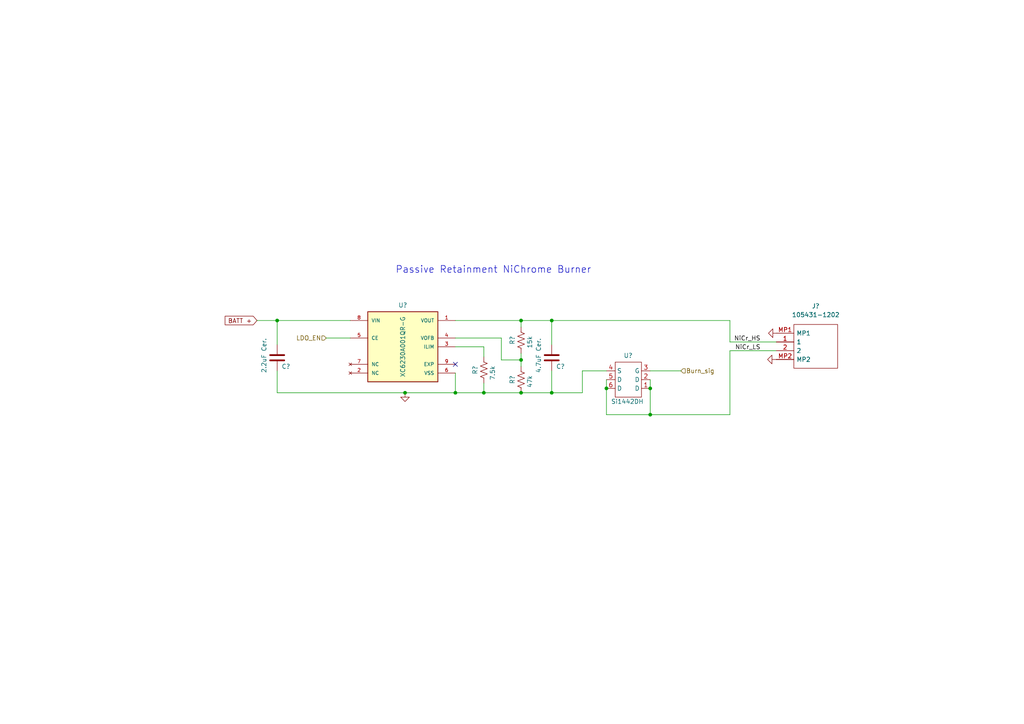
<source format=kicad_sch>
(kicad_sch (version 20211123) (generator eeschema)
  (paper "A4")
  (lib_symbols
    (symbol "0_custom:Si1442DH"
      (property "Reference" "U" (at 0 5.08 0))
      (property "Value" "Si1442DH" (at 0 -7.62 0))
      (property "MPN" "SI1442DH-T1-GE3" (at 0 0 0))
      (symbol "Si1442DH_0_1"
        (rectangle (start -3.81 3.81) (end 3.81 -6.35))
      )
      (symbol "Si1442DH_1_1"
        (pin input line (at -6.35 1.27 0) (length 2.54) (name "D") (number "1"))
        (pin input line (at -6.35 -1.27 0) (length 2.54) (name "D") (number "2"))
        (pin input line (at -6.35 -3.81 0) (length 2.54) (name "G") (number "3"))
        (pin input line (at 6.35 -3.81 180) (length 2.54) (name "S") (number "4"))
        (pin input line (at 6.35 -1.27 180) (length 2.54) (name "D") (number "5"))
        (pin input line (at 6.35 1.27 180) (length 2.54) (name "D") (number "6"))
      )
    )
    (symbol "Device:C" (pin_numbers hide) (pin_names (offset 0.254))
      (property "Reference" "C" (at 0.635 2.54 0))
      (property "Value" "C" (at 0.635 -2.54 0))
      (symbol "C_0_1"
        (polyline (pts (xy -2.032 -0.762) (xy 2.032 -0.762)) (stroke (width 0.508)))
        (polyline (pts (xy -2.032 0.762) (xy 2.032 0.762)) (stroke (width 0.508)))
      )
      (symbol "C_1_1"
        (pin passive line (at 0 3.81 270) (length 2.794) (name "~") (number "1"))
        (pin passive line (at 0 -3.81 90) (length 2.794) (name "~") (number "2"))
      )
    )
    (symbol "Device:R_US" (pin_numbers hide) (pin_names (offset 0))
      (property "Reference" "R" (at 2.54 0 90))
      (property "Value" "R_US" (at -2.54 0 90))
      (symbol "R_US_0_1"
        (polyline (pts (xy 0 -2.286) (xy 0 -2.54)))
        (polyline (pts (xy 0 2.286) (xy 0 2.54)))
        (polyline (pts (xy 0 -0.762) (xy 1.016 -1.143) (xy 0 -1.524) (xy -1.016 -1.905) (xy 0 -2.286)))
        (polyline (pts (xy 0 0.762) (xy 1.016 0.381) (xy 0 0) (xy -1.016 -0.381) (xy 0 -0.762)))
        (polyline (pts (xy 0 2.286) (xy 1.016 1.905) (xy 0 1.524) (xy -1.016 1.143) (xy 0 0.762)))
      )
      (symbol "R_US_1_1"
        (pin passive line (at 0 3.81 270) (length 1.27) (name "~") (number "1"))
        (pin passive line (at 0 -3.81 90) (length 1.27) (name "~") (number "2"))
      )
    )
    (symbol "XC6230A001QR-G:XC6230A001QR-G" (pin_names (offset 1.016))
      (property "Reference" "U" (at -10.16 10.668 0))
      (property "Value" "XC6230A001QR-G" (at -10.16 -12.7 0))
      (symbol "XC6230A001QR-G_0_0"
        (rectangle (start -10.16 -10.16) (end 10.16 10.16) (stroke (width 0.254)) (fill (type background)))
        (pin output line (at 15.24 7.62 180) (length 5.08) (name "VOUT") (number "1"))
        (pin no_connect line (at -15.24 -7.62 0) (length 5.08) (name "NC") (number "2"))
        (pin passive line (at 15.24 0 180) (length 5.08) (name "ILIM") (number "3"))
        (pin passive line (at 15.24 2.54 180) (length 5.08) (name "VOFB") (number "4"))
        (pin input line (at -15.24 2.54 0) (length 5.08) (name "CE") (number "5"))
        (pin power_in line (at 15.24 -7.62 180) (length 5.08) (name "VSS") (number "6"))
        (pin no_connect line (at -15.24 -5.08 0) (length 5.08) (name "NC") (number "7"))
        (pin input line (at -15.24 7.62 0) (length 5.08) (name "VIN") (number "8"))
        (pin power_in line (at 15.24 -5.08 180) (length 5.08) (name "EXP") (number "9"))
      )
    )
    (symbol "molex_105431-1202:105431-1202" (pin_names (offset 0.762))
      (property "Reference" "J" (at 19.05 7.62 0))
      (property "Value" "105431-1202" (at 19.05 5.08 0))
      (symbol "105431-1202_0_0"
        (pin passive line (at 0 -5.08 0) (length 5.08) (name "1") (number "1"))
        (pin passive line (at 0 -2.54 0) (length 5.08) (name "2") (number "2"))
        (pin passive line (at 0 -7.62 0) (length 5.08) (name "MP1") (number "MP1"))
        (pin passive line (at 0 0 0) (length 5.08) (name "MP2") (number "MP2"))
      )
      (symbol "105431-1202_0_1"
        (polyline (pts (xy 5.08 2.54) (xy 17.78 2.54) (xy 17.78 -10.16) (xy 5.08 -10.16) (xy 5.08 2.54)) (stroke (width 0.1524)))
      )
    )
    (symbol "power:GND" (power) (pin_names (offset 0))
      (property "Value" "GND" (at 0 -3.81 0))
      (symbol "GND_0_1"
        (polyline (pts (xy 0 0) (xy 0 -1.27) (xy 1.27 -1.27) (xy 0 -2.54) (xy -1.27 -1.27) (xy 0 -1.27)))
      )
      (symbol "GND_1_1"
        (pin power_in line (at 0 0 270) (length 0) hide (name "GND") (number "1"))
      )
    )
  )
  (junction (at 140.335 113.919))
  (junction (at 160.02 113.919))
  (junction (at 151.13 92.964))
  (junction (at 175.895 112.649))
  (junction (at 132.08 113.919))
  (junction (at 117.475 113.919))
  (junction (at 188.595 120.269))
  (junction (at 151.13 104.394))
  (junction (at 188.595 112.649))
  (junction (at 151.13 113.919))
  (junction (at 80.391 92.964))
  (junction (at 160.02 92.964))
  (no_connect (at 132.08 105.664))
  (wire (pts (xy 132.08 113.919) (xy 132.08 108.204)))
  (wire (pts (xy 80.391 113.919) (xy 117.475 113.919)))
  (wire (pts (xy 94.615 98.044) (xy 101.6 98.044)))
  (wire (pts (xy 168.91 107.569) (xy 175.895 107.569)))
  (wire (pts (xy 151.13 104.394) (xy 151.13 102.489)))
  (wire (pts (xy 160.02 113.919) (xy 168.91 113.919)))
  (wire (pts (xy 188.595 120.269) (xy 175.895 120.269)))
  (wire (pts (xy 211.709 92.964) (xy 211.709 99.187)))
  (wire (pts (xy 80.391 92.964) (xy 101.6 92.964)))
  (wire (pts (xy 140.335 100.584) (xy 132.08 100.584)))
  (wire (pts (xy 160.02 92.964) (xy 211.709 92.964)))
  (wire (pts (xy 175.895 120.269) (xy 175.895 112.649)))
  (wire (pts (xy 151.13 113.919) (xy 160.02 113.919)))
  (wire (pts (xy 175.895 112.649) (xy 175.895 110.109)))
  (wire (pts (xy 160.02 92.964) (xy 151.13 92.964)))
  (wire (pts (xy 225.425 96.647) (xy 225.171 96.647)))
  (wire (pts (xy 140.335 111.125) (xy 140.335 113.919)))
  (wire (pts (xy 145.415 98.044) (xy 132.08 98.044)))
  (wire (pts (xy 151.13 94.869) (xy 151.13 92.964)))
  (wire (pts (xy 160.02 99.949) (xy 160.02 92.964)))
  (wire (pts (xy 188.595 120.269) (xy 211.709 120.269)))
  (wire (pts (xy 80.391 113.919) (xy 80.391 107.569)))
  (wire (pts (xy 140.335 103.505) (xy 140.335 100.584)))
  (wire (pts (xy 140.335 113.919) (xy 151.13 113.919)))
  (wire (pts (xy 188.595 110.109) (xy 188.595 112.649)))
  (wire (pts (xy 211.709 99.187) (xy 225.171 99.187)))
  (wire (pts (xy 197.485 107.569) (xy 188.595 107.569)))
  (wire (pts (xy 132.08 92.964) (xy 151.13 92.964)))
  (wire (pts (xy 151.13 104.394) (xy 145.415 104.394)))
  (wire (pts (xy 145.415 104.394) (xy 145.415 98.044)))
  (wire (pts (xy 160.02 107.569) (xy 160.02 113.919)))
  (wire (pts (xy 80.391 99.949) (xy 80.391 92.964)))
  (wire (pts (xy 211.709 101.727) (xy 211.709 120.269)))
  (wire (pts (xy 211.709 101.727) (xy 225.171 101.727)))
  (wire (pts (xy 168.91 113.919) (xy 168.91 107.569)))
  (wire (pts (xy 117.475 113.919) (xy 132.08 113.919)))
  (wire (pts (xy 132.08 113.919) (xy 140.335 113.919)))
  (wire (pts (xy 80.391 92.964) (xy 74.549 92.964)))
  (wire (pts (xy 151.13 104.394) (xy 151.13 106.299)))
  (wire (pts (xy 188.595 112.649) (xy 188.595 120.269)))
  (text "Passive Retainment NiChrome Burner" (at 114.681 79.502 0) (effects (font (size 2 2)) (justify left bottom)))
  (label "NiCr_LS" (at 220.599 101.727 180))
  (label "NiCr_HS" (at 220.599 99.187 180))
  (global_label "BATT +" (shape input) (at 74.549 92.964 180) (property "Intersheet References" "${INTERSHEET_REFS}" (effects hide)))
  (hierarchical_label "LDO_EN" (shape input) (at 94.615 98.044 180))
  (hierarchical_label "Burn_sig" (shape input) (at 197.485 107.569 0))
  (symbol (lib_id "Device:R_US") (at 151.13 110.109 180) (unit 1)
    (property "Reference" "R?" (at 148.59 108.839 90) (effects (justify left)))
    (property "Value" "47k" (at 153.67 108.839 90) (effects (justify left)))
    (property "Footprint" "Resistor_SMD:R_0603_1608Metric" (effects hide))
    (property "MPN" "AC0603FR-1047KL" (effects hide))
  )
  (symbol (lib_id "power:GND") (at 225.171 104.267 270) (unit 1)
    (property "Reference" "#PWR?" (effects hide))
    (property "Value" "GND" (effects hide))
  )
  (symbol (lib_id "Device:C") (at 160.02 103.759 0) (unit 1)
    (property "Reference" "C?" (at 161.29 106.299 0) (effects (justify left)))
    (property "Value" "4.7uF Cer." (at 156.21 108.204 90) (effects (justify left)))
    (property "Footprint" "Capacitor_SMD:C_0603_1608Metric" (effects hide))
    (property "MPN" "GRT188C71C475KE13D" (effects hide))
  )
  (symbol (lib_id "power:GND") (at 117.475 113.919 0) (mirror y) (unit 1)
    (property "Reference" "#PWR?" (effects hide))
    (property "Value" "GND" (effects hide))
  )
  (symbol (lib_id "0_custom:Si1442DH") (at 182.245 111.379 180) (unit 1)
    (property "Reference" "U?" (at 183.515 103.124 0) (effects (justify left)))
    (property "Value" "Si1442DH" (at 186.69 116.459 0) (effects (justify left)))
    (property "Footprint" "Package_TO_SOT_SMD:SOT-363_SC-70-6" (effects hide))
    (property "MPN" "SI1442DH-T1-GE3" (effects hide))
  )
  (symbol (lib_id "Device:R_US") (at 140.335 107.315 180) (unit 1)
    (property "Reference" "R?" (at 137.795 106.045 90) (effects (justify left)))
    (property "Value" "7.5k" (at 142.875 106.045 90) (effects (justify left)))
    (property "Footprint" "Resistor_SMD:R_0603_1608Metric_Pad0.98x0.95mm_HandSolder" (effects hide))
    (property "MPN" "AC0603FR-077K5L" (effects hide))
  )
  (symbol (lib_id "power:GND") (at 225.425 96.647 270) (unit 1)
    (property "Reference" "#PWR?" (effects hide))
    (property "Value" "GND" (effects hide))
  )
  (symbol (lib_id "molex_105431-1202:105431-1202") (at 225.171 104.267 0) (mirror x) (unit 1)
    (property "Reference" "J?" (at 236.601 88.773 0))
    (property "Value" "105431-1202" (at 236.601 91.313 0))
    (property "Footprint" "Miles Added:1054311202" (effects hide))
    (property "Datasheet" "https://www.molex.com/pdm_docs/sd/1054311202_sd.pdf" (effects hide))
    (property "Description" "Headers & Wire Housings NANO-FIT HDR SMT VT SGL 2CKT 15AU BLK" (effects hide))
    (property "Height" "9.7" (effects hide))
    (property "Mouser Part Number" "538-105431-1202" (effects hide))
    (property "Mouser Price/Stock" "https://www.mouser.co.uk/ProductDetail/Molex/105431-1202?qs=gZXFycFWdANnW%2Fr9%2F5NMjA%3D%3D" (effects hide))
    (property "Manufacturer_Name" "Molex" (effects hide))
    (property "Manufacturer_Part_Number" "105431-1202" (effects hide))
  )
  (symbol (lib_id "Device:R_US") (at 151.13 98.679 180) (unit 1)
    (property "Reference" "R?" (at 148.59 97.409 90) (effects (justify left)))
    (property "Value" "15k" (at 153.67 97.409 90) (effects (justify left)))
    (property "Footprint" "Resistor_SMD:R_0603_1608Metric" (effects hide))
    (property "MPN" "AC0603FR-0715KL" (effects hide))
  )
  (symbol (lib_id "Device:C") (at 80.391 103.759 0) (unit 1)
    (property "Reference" "C?" (at 81.661 106.299 0) (effects (justify left)))
    (property "Value" "2.2uF Cer." (at 76.581 108.204 90) (effects (justify left)))
    (property "Footprint" "Capacitor_SMD:C_0603_1608Metric" (effects hide))
    (property "MPN" "CGA3E1X7S1C225M080AC" (effects hide))
  )
  (symbol (lib_id "XC6230A001QR-G:XC6230A001QR-G") (at 116.84 100.584 0) (unit 1)
    (property "Reference" "U?" (at 116.84 88.519 0))
    (property "Value" "XC6230A001QR-G" (at 116.84 100.584 90))
    (property "Footprint" "SOIC127P600X175-9N" (effects hide))
    (property "Datasheet" "https://www.torexsemi.com/file/xc6230/XC6230.pdf" (effects hide))
    (property "MAXIMUM_PACKAGE_HEIGHT" "1.75mm" (effects hide))
    (property "PARTREV" "1.0" (effects hide))
    (property "MPN" "XC6230A001QR-G" (effects hide))
    (property "MANUFACTURER" "Torex" (effects hide))
    (property "STANDARD" "IPC-7351B" (effects hide))
    (property "SNAPEDA_PN" "XC6230H001QR-G" (effects hide))
  )
)
</source>
